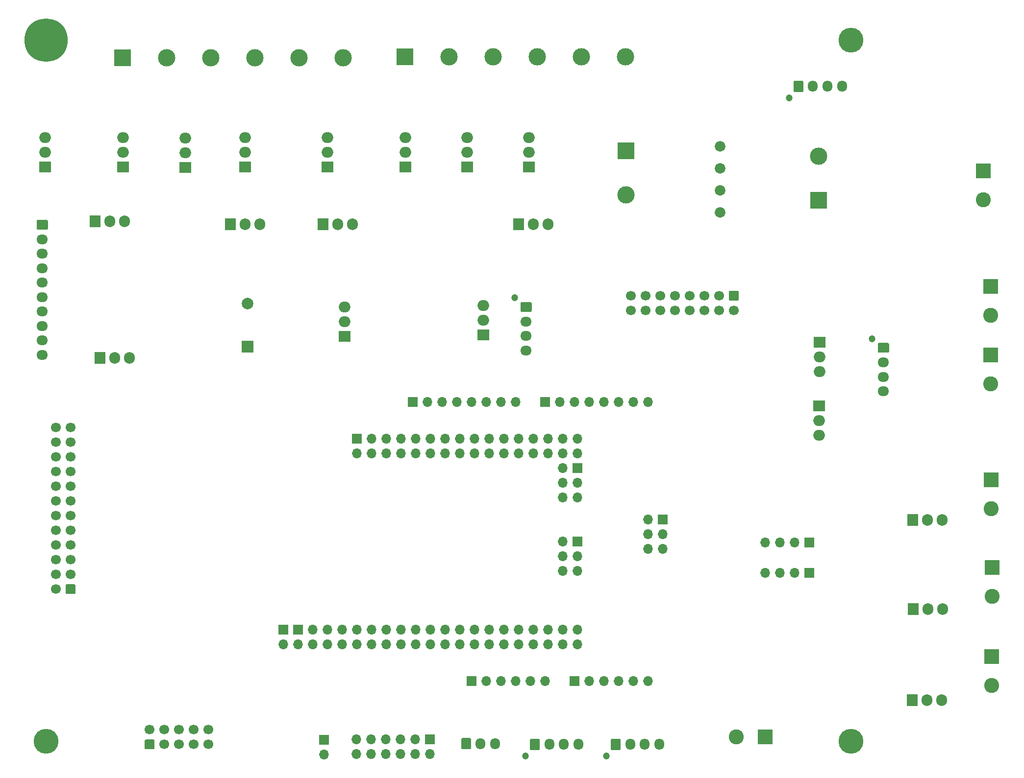
<source format=gbs>
G04 #@! TF.GenerationSoftware,KiCad,Pcbnew,(5.1.0)-1*
G04 #@! TF.CreationDate,2022-05-17T16:18:03+10:00*
G04 #@! TF.ProjectId,mainPCB_v0.92,6d61696e-5043-4425-9f76-302e39322e6b,rev?*
G04 #@! TF.SameCoordinates,Original*
G04 #@! TF.FileFunction,Soldermask,Bot*
G04 #@! TF.FilePolarity,Negative*
%FSLAX46Y46*%
G04 Gerber Fmt 4.6, Leading zero omitted, Abs format (unit mm)*
G04 Created by KiCad (PCBNEW (5.1.0)-1) date 2022-05-17 16:18:03*
%MOMM*%
%LPD*%
G04 APERTURE LIST*
%ADD10C,4.300000*%
%ADD11R,1.700000X1.700000*%
%ADD12O,1.700000X1.700000*%
%ADD13C,0.100000*%
%ADD14C,1.700000*%
%ADD15O,2.000000X1.905000*%
%ADD16R,2.000000X1.905000*%
%ADD17C,2.600000*%
%ADD18R,2.600000X2.600000*%
%ADD19C,1.830000*%
%ADD20O,1.905000X2.000000*%
%ADD21R,1.905000X2.000000*%
%ADD22R,2.000000X2.000000*%
%ADD23C,2.000000*%
%ADD24O,1.950000X1.700000*%
%ADD25O,1.700000X1.950000*%
%ADD26C,1.200000*%
%ADD27R,3.000000X3.000000*%
%ADD28C,3.000000*%
%ADD29C,7.500000*%
G04 APERTURE END LIST*
D10*
X145003000Y-6000000D03*
D11*
X137858500Y-92837000D03*
D12*
X135318500Y-92837000D03*
X132778500Y-92837000D03*
X130238500Y-92837000D03*
D13*
G36*
X10848004Y-100053204D02*
G01*
X10872273Y-100056804D01*
X10896071Y-100062765D01*
X10919171Y-100071030D01*
X10941349Y-100081520D01*
X10962393Y-100094133D01*
X10982098Y-100108747D01*
X11000277Y-100125223D01*
X11016753Y-100143402D01*
X11031367Y-100163107D01*
X11043980Y-100184151D01*
X11054470Y-100206329D01*
X11062735Y-100229429D01*
X11068696Y-100253227D01*
X11072296Y-100277496D01*
X11073500Y-100302000D01*
X11073500Y-101502000D01*
X11072296Y-101526504D01*
X11068696Y-101550773D01*
X11062735Y-101574571D01*
X11054470Y-101597671D01*
X11043980Y-101619849D01*
X11031367Y-101640893D01*
X11016753Y-101660598D01*
X11000277Y-101678777D01*
X10982098Y-101695253D01*
X10962393Y-101709867D01*
X10941349Y-101722480D01*
X10919171Y-101732970D01*
X10896071Y-101741235D01*
X10872273Y-101747196D01*
X10848004Y-101750796D01*
X10823500Y-101752000D01*
X9623500Y-101752000D01*
X9598996Y-101750796D01*
X9574727Y-101747196D01*
X9550929Y-101741235D01*
X9527829Y-101732970D01*
X9505651Y-101722480D01*
X9484607Y-101709867D01*
X9464902Y-101695253D01*
X9446723Y-101678777D01*
X9430247Y-101660598D01*
X9415633Y-101640893D01*
X9403020Y-101619849D01*
X9392530Y-101597671D01*
X9384265Y-101574571D01*
X9378304Y-101550773D01*
X9374704Y-101526504D01*
X9373500Y-101502000D01*
X9373500Y-100302000D01*
X9374704Y-100277496D01*
X9378304Y-100253227D01*
X9384265Y-100229429D01*
X9392530Y-100206329D01*
X9403020Y-100184151D01*
X9415633Y-100163107D01*
X9430247Y-100143402D01*
X9446723Y-100125223D01*
X9464902Y-100108747D01*
X9484607Y-100094133D01*
X9505651Y-100081520D01*
X9527829Y-100071030D01*
X9550929Y-100062765D01*
X9574727Y-100056804D01*
X9598996Y-100053204D01*
X9623500Y-100052000D01*
X10823500Y-100052000D01*
X10848004Y-100053204D01*
X10848004Y-100053204D01*
G37*
D14*
X10223500Y-100902000D03*
X10223500Y-98362000D03*
X10223500Y-95822000D03*
X10223500Y-93282000D03*
X10223500Y-90742000D03*
X10223500Y-88202000D03*
X10223500Y-85662000D03*
X10223500Y-83122000D03*
X10223500Y-80582000D03*
X10223500Y-78042000D03*
X10223500Y-75502000D03*
X10223500Y-72962000D03*
X7683500Y-100902000D03*
X7683500Y-98362000D03*
X7683500Y-95822000D03*
X7683500Y-93282000D03*
X7683500Y-90742000D03*
X7683500Y-88202000D03*
X7683500Y-85662000D03*
X7683500Y-83122000D03*
X7683500Y-80582000D03*
X7683500Y-78042000D03*
X7683500Y-75502000D03*
X7683500Y-72962000D03*
D11*
X137794500Y-98107500D03*
D12*
X135254500Y-98107500D03*
X132714500Y-98107500D03*
X130174500Y-98107500D03*
D15*
X81534000Y-51879500D03*
X81534000Y-54419500D03*
D16*
X81534000Y-56959500D03*
D17*
X169228000Y-86978500D03*
D18*
X169228000Y-81978500D03*
D19*
X122386000Y-24384000D03*
X122386000Y-28194000D03*
X122386000Y-32004000D03*
X122386000Y-35814000D03*
D17*
X125175000Y-126428000D03*
D18*
X130175000Y-126428000D03*
X169418000Y-97155000D03*
D17*
X169418000Y-102155000D03*
D18*
X167894000Y-28575000D03*
D17*
X167894000Y-33575000D03*
D18*
X169164000Y-48577500D03*
D17*
X169164000Y-53577500D03*
X169164000Y-65388500D03*
D18*
X169164000Y-60388500D03*
D11*
X54038500Y-126936000D03*
D12*
X54038500Y-129476000D03*
D15*
X57594500Y-52133500D03*
X57594500Y-54673500D03*
D16*
X57594500Y-57213500D03*
X54610000Y-27940000D03*
D15*
X54610000Y-25400000D03*
X54610000Y-22860000D03*
D16*
X5842000Y-27940000D03*
D15*
X5842000Y-25400000D03*
X5842000Y-22860000D03*
D20*
X58928000Y-37846000D03*
X56388000Y-37846000D03*
D21*
X53848000Y-37846000D03*
D20*
X160782000Y-88963500D03*
X158242000Y-88963500D03*
D21*
X155702000Y-88963500D03*
D20*
X19558000Y-37338000D03*
X17018000Y-37338000D03*
D21*
X14478000Y-37338000D03*
D16*
X68072000Y-27940000D03*
D15*
X68072000Y-25400000D03*
X68072000Y-22860000D03*
D16*
X19304000Y-27940000D03*
D15*
X19304000Y-25400000D03*
X19304000Y-22860000D03*
D16*
X78740000Y-27940000D03*
D15*
X78740000Y-25400000D03*
X78740000Y-22860000D03*
X30035500Y-22923500D03*
X30035500Y-25463500D03*
D16*
X30035500Y-28003500D03*
X89408000Y-27940000D03*
D15*
X89408000Y-25400000D03*
X89408000Y-22860000D03*
D16*
X40386000Y-27940000D03*
D15*
X40386000Y-25400000D03*
X40386000Y-22860000D03*
D21*
X87630000Y-37846000D03*
D20*
X90170000Y-37846000D03*
X92710000Y-37846000D03*
X42926000Y-37846000D03*
X40386000Y-37846000D03*
D21*
X37846000Y-37846000D03*
X155766000Y-104330000D03*
D20*
X158306000Y-104330000D03*
X160846000Y-104330000D03*
D21*
X155575000Y-120142000D03*
D20*
X158115000Y-120142000D03*
X160655000Y-120142000D03*
D15*
X139636000Y-63309500D03*
X139636000Y-60769500D03*
D16*
X139636000Y-58229500D03*
X139510000Y-69215000D03*
D15*
X139510000Y-71755000D03*
X139510000Y-74295000D03*
D18*
X169291000Y-112586000D03*
D17*
X169291000Y-117586000D03*
D22*
X40767000Y-58991500D03*
D23*
X40767000Y-51491500D03*
D24*
X5334000Y-60412000D03*
X5334000Y-57912000D03*
X5334000Y-55412000D03*
X5334000Y-52912000D03*
X5334000Y-50412000D03*
X5334000Y-47912000D03*
X5334000Y-45412000D03*
X5334000Y-42912000D03*
X5334000Y-40412000D03*
D13*
G36*
X6083504Y-37063204D02*
G01*
X6107773Y-37066804D01*
X6131571Y-37072765D01*
X6154671Y-37081030D01*
X6176849Y-37091520D01*
X6197893Y-37104133D01*
X6217598Y-37118747D01*
X6235777Y-37135223D01*
X6252253Y-37153402D01*
X6266867Y-37173107D01*
X6279480Y-37194151D01*
X6289970Y-37216329D01*
X6298235Y-37239429D01*
X6304196Y-37263227D01*
X6307796Y-37287496D01*
X6309000Y-37312000D01*
X6309000Y-38512000D01*
X6307796Y-38536504D01*
X6304196Y-38560773D01*
X6298235Y-38584571D01*
X6289970Y-38607671D01*
X6279480Y-38629849D01*
X6266867Y-38650893D01*
X6252253Y-38670598D01*
X6235777Y-38688777D01*
X6217598Y-38705253D01*
X6197893Y-38719867D01*
X6176849Y-38732480D01*
X6154671Y-38742970D01*
X6131571Y-38751235D01*
X6107773Y-38757196D01*
X6083504Y-38760796D01*
X6059000Y-38762000D01*
X4609000Y-38762000D01*
X4584496Y-38760796D01*
X4560227Y-38757196D01*
X4536429Y-38751235D01*
X4513329Y-38742970D01*
X4491151Y-38732480D01*
X4470107Y-38719867D01*
X4450402Y-38705253D01*
X4432223Y-38688777D01*
X4415747Y-38670598D01*
X4401133Y-38650893D01*
X4388520Y-38629849D01*
X4378030Y-38607671D01*
X4369765Y-38584571D01*
X4363804Y-38560773D01*
X4360204Y-38536504D01*
X4359000Y-38512000D01*
X4359000Y-37312000D01*
X4360204Y-37287496D01*
X4363804Y-37263227D01*
X4369765Y-37239429D01*
X4378030Y-37216329D01*
X4388520Y-37194151D01*
X4401133Y-37173107D01*
X4415747Y-37153402D01*
X4432223Y-37135223D01*
X4450402Y-37118747D01*
X4470107Y-37104133D01*
X4491151Y-37091520D01*
X4513329Y-37081030D01*
X4536429Y-37072765D01*
X4560227Y-37066804D01*
X4584496Y-37063204D01*
X4609000Y-37062000D01*
X6059000Y-37062000D01*
X6083504Y-37063204D01*
X6083504Y-37063204D01*
G37*
D14*
X5334000Y-37912000D03*
D13*
G36*
X136578004Y-12996204D02*
G01*
X136602273Y-12999804D01*
X136626071Y-13005765D01*
X136649171Y-13014030D01*
X136671349Y-13024520D01*
X136692393Y-13037133D01*
X136712098Y-13051747D01*
X136730277Y-13068223D01*
X136746753Y-13086402D01*
X136761367Y-13106107D01*
X136773980Y-13127151D01*
X136784470Y-13149329D01*
X136792735Y-13172429D01*
X136798696Y-13196227D01*
X136802296Y-13220496D01*
X136803500Y-13245000D01*
X136803500Y-14695000D01*
X136802296Y-14719504D01*
X136798696Y-14743773D01*
X136792735Y-14767571D01*
X136784470Y-14790671D01*
X136773980Y-14812849D01*
X136761367Y-14833893D01*
X136746753Y-14853598D01*
X136730277Y-14871777D01*
X136712098Y-14888253D01*
X136692393Y-14902867D01*
X136671349Y-14915480D01*
X136649171Y-14925970D01*
X136626071Y-14934235D01*
X136602273Y-14940196D01*
X136578004Y-14943796D01*
X136553500Y-14945000D01*
X135353500Y-14945000D01*
X135328996Y-14943796D01*
X135304727Y-14940196D01*
X135280929Y-14934235D01*
X135257829Y-14925970D01*
X135235651Y-14915480D01*
X135214607Y-14902867D01*
X135194902Y-14888253D01*
X135176723Y-14871777D01*
X135160247Y-14853598D01*
X135145633Y-14833893D01*
X135133020Y-14812849D01*
X135122530Y-14790671D01*
X135114265Y-14767571D01*
X135108304Y-14743773D01*
X135104704Y-14719504D01*
X135103500Y-14695000D01*
X135103500Y-13245000D01*
X135104704Y-13220496D01*
X135108304Y-13196227D01*
X135114265Y-13172429D01*
X135122530Y-13149329D01*
X135133020Y-13127151D01*
X135145633Y-13106107D01*
X135160247Y-13086402D01*
X135176723Y-13068223D01*
X135194902Y-13051747D01*
X135214607Y-13037133D01*
X135235651Y-13024520D01*
X135257829Y-13014030D01*
X135280929Y-13005765D01*
X135304727Y-12999804D01*
X135328996Y-12996204D01*
X135353500Y-12995000D01*
X136553500Y-12995000D01*
X136578004Y-12996204D01*
X136578004Y-12996204D01*
G37*
D14*
X135953500Y-13970000D03*
D25*
X138453500Y-13970000D03*
X140953500Y-13970000D03*
X143453500Y-13970000D03*
D26*
X134353500Y-15970000D03*
X86900000Y-50533500D03*
D24*
X88900000Y-59633500D03*
X88900000Y-57133500D03*
X88900000Y-54633500D03*
D13*
G36*
X89649504Y-51284704D02*
G01*
X89673773Y-51288304D01*
X89697571Y-51294265D01*
X89720671Y-51302530D01*
X89742849Y-51313020D01*
X89763893Y-51325633D01*
X89783598Y-51340247D01*
X89801777Y-51356723D01*
X89818253Y-51374902D01*
X89832867Y-51394607D01*
X89845480Y-51415651D01*
X89855970Y-51437829D01*
X89864235Y-51460929D01*
X89870196Y-51484727D01*
X89873796Y-51508996D01*
X89875000Y-51533500D01*
X89875000Y-52733500D01*
X89873796Y-52758004D01*
X89870196Y-52782273D01*
X89864235Y-52806071D01*
X89855970Y-52829171D01*
X89845480Y-52851349D01*
X89832867Y-52872393D01*
X89818253Y-52892098D01*
X89801777Y-52910277D01*
X89783598Y-52926753D01*
X89763893Y-52941367D01*
X89742849Y-52953980D01*
X89720671Y-52964470D01*
X89697571Y-52972735D01*
X89673773Y-52978696D01*
X89649504Y-52982296D01*
X89625000Y-52983500D01*
X88175000Y-52983500D01*
X88150496Y-52982296D01*
X88126227Y-52978696D01*
X88102429Y-52972735D01*
X88079329Y-52964470D01*
X88057151Y-52953980D01*
X88036107Y-52941367D01*
X88016402Y-52926753D01*
X87998223Y-52910277D01*
X87981747Y-52892098D01*
X87967133Y-52872393D01*
X87954520Y-52851349D01*
X87944030Y-52829171D01*
X87935765Y-52806071D01*
X87929804Y-52782273D01*
X87926204Y-52758004D01*
X87925000Y-52733500D01*
X87925000Y-51533500D01*
X87926204Y-51508996D01*
X87929804Y-51484727D01*
X87935765Y-51460929D01*
X87944030Y-51437829D01*
X87954520Y-51415651D01*
X87967133Y-51394607D01*
X87981747Y-51374902D01*
X87998223Y-51356723D01*
X88016402Y-51340247D01*
X88036107Y-51325633D01*
X88057151Y-51313020D01*
X88079329Y-51302530D01*
X88102429Y-51294265D01*
X88126227Y-51288304D01*
X88150496Y-51284704D01*
X88175000Y-51283500D01*
X89625000Y-51283500D01*
X89649504Y-51284704D01*
X89649504Y-51284704D01*
G37*
D14*
X88900000Y-52133500D03*
D26*
X148622000Y-57582000D03*
D24*
X150622000Y-66682000D03*
X150622000Y-64182000D03*
X150622000Y-61682000D03*
D13*
G36*
X151371504Y-58333204D02*
G01*
X151395773Y-58336804D01*
X151419571Y-58342765D01*
X151442671Y-58351030D01*
X151464849Y-58361520D01*
X151485893Y-58374133D01*
X151505598Y-58388747D01*
X151523777Y-58405223D01*
X151540253Y-58423402D01*
X151554867Y-58443107D01*
X151567480Y-58464151D01*
X151577970Y-58486329D01*
X151586235Y-58509429D01*
X151592196Y-58533227D01*
X151595796Y-58557496D01*
X151597000Y-58582000D01*
X151597000Y-59782000D01*
X151595796Y-59806504D01*
X151592196Y-59830773D01*
X151586235Y-59854571D01*
X151577970Y-59877671D01*
X151567480Y-59899849D01*
X151554867Y-59920893D01*
X151540253Y-59940598D01*
X151523777Y-59958777D01*
X151505598Y-59975253D01*
X151485893Y-59989867D01*
X151464849Y-60002480D01*
X151442671Y-60012970D01*
X151419571Y-60021235D01*
X151395773Y-60027196D01*
X151371504Y-60030796D01*
X151347000Y-60032000D01*
X149897000Y-60032000D01*
X149872496Y-60030796D01*
X149848227Y-60027196D01*
X149824429Y-60021235D01*
X149801329Y-60012970D01*
X149779151Y-60002480D01*
X149758107Y-59989867D01*
X149738402Y-59975253D01*
X149720223Y-59958777D01*
X149703747Y-59940598D01*
X149689133Y-59920893D01*
X149676520Y-59899849D01*
X149666030Y-59877671D01*
X149657765Y-59854571D01*
X149651804Y-59830773D01*
X149648204Y-59806504D01*
X149647000Y-59782000D01*
X149647000Y-58582000D01*
X149648204Y-58557496D01*
X149651804Y-58533227D01*
X149657765Y-58509429D01*
X149666030Y-58486329D01*
X149676520Y-58464151D01*
X149689133Y-58443107D01*
X149703747Y-58423402D01*
X149720223Y-58405223D01*
X149738402Y-58388747D01*
X149758107Y-58374133D01*
X149779151Y-58361520D01*
X149801329Y-58351030D01*
X149824429Y-58342765D01*
X149848227Y-58336804D01*
X149872496Y-58333204D01*
X149897000Y-58332000D01*
X151347000Y-58332000D01*
X151371504Y-58333204D01*
X151371504Y-58333204D01*
G37*
D14*
X150622000Y-59182000D03*
D21*
X15303500Y-60960000D03*
D20*
X17843500Y-60960000D03*
X20383500Y-60960000D03*
D13*
G36*
X105018504Y-126788204D02*
G01*
X105042773Y-126791804D01*
X105066571Y-126797765D01*
X105089671Y-126806030D01*
X105111849Y-126816520D01*
X105132893Y-126829133D01*
X105152598Y-126843747D01*
X105170777Y-126860223D01*
X105187253Y-126878402D01*
X105201867Y-126898107D01*
X105214480Y-126919151D01*
X105224970Y-126941329D01*
X105233235Y-126964429D01*
X105239196Y-126988227D01*
X105242796Y-127012496D01*
X105244000Y-127037000D01*
X105244000Y-128487000D01*
X105242796Y-128511504D01*
X105239196Y-128535773D01*
X105233235Y-128559571D01*
X105224970Y-128582671D01*
X105214480Y-128604849D01*
X105201867Y-128625893D01*
X105187253Y-128645598D01*
X105170777Y-128663777D01*
X105152598Y-128680253D01*
X105132893Y-128694867D01*
X105111849Y-128707480D01*
X105089671Y-128717970D01*
X105066571Y-128726235D01*
X105042773Y-128732196D01*
X105018504Y-128735796D01*
X104994000Y-128737000D01*
X103794000Y-128737000D01*
X103769496Y-128735796D01*
X103745227Y-128732196D01*
X103721429Y-128726235D01*
X103698329Y-128717970D01*
X103676151Y-128707480D01*
X103655107Y-128694867D01*
X103635402Y-128680253D01*
X103617223Y-128663777D01*
X103600747Y-128645598D01*
X103586133Y-128625893D01*
X103573520Y-128604849D01*
X103563030Y-128582671D01*
X103554765Y-128559571D01*
X103548804Y-128535773D01*
X103545204Y-128511504D01*
X103544000Y-128487000D01*
X103544000Y-127037000D01*
X103545204Y-127012496D01*
X103548804Y-126988227D01*
X103554765Y-126964429D01*
X103563030Y-126941329D01*
X103573520Y-126919151D01*
X103586133Y-126898107D01*
X103600747Y-126878402D01*
X103617223Y-126860223D01*
X103635402Y-126843747D01*
X103655107Y-126829133D01*
X103676151Y-126816520D01*
X103698329Y-126806030D01*
X103721429Y-126797765D01*
X103745227Y-126791804D01*
X103769496Y-126788204D01*
X103794000Y-126787000D01*
X104994000Y-126787000D01*
X105018504Y-126788204D01*
X105018504Y-126788204D01*
G37*
D14*
X104394000Y-127762000D03*
D25*
X106894000Y-127762000D03*
X109394000Y-127762000D03*
X111894000Y-127762000D03*
D26*
X102794000Y-129762000D03*
D13*
G36*
X91048504Y-126788204D02*
G01*
X91072773Y-126791804D01*
X91096571Y-126797765D01*
X91119671Y-126806030D01*
X91141849Y-126816520D01*
X91162893Y-126829133D01*
X91182598Y-126843747D01*
X91200777Y-126860223D01*
X91217253Y-126878402D01*
X91231867Y-126898107D01*
X91244480Y-126919151D01*
X91254970Y-126941329D01*
X91263235Y-126964429D01*
X91269196Y-126988227D01*
X91272796Y-127012496D01*
X91274000Y-127037000D01*
X91274000Y-128487000D01*
X91272796Y-128511504D01*
X91269196Y-128535773D01*
X91263235Y-128559571D01*
X91254970Y-128582671D01*
X91244480Y-128604849D01*
X91231867Y-128625893D01*
X91217253Y-128645598D01*
X91200777Y-128663777D01*
X91182598Y-128680253D01*
X91162893Y-128694867D01*
X91141849Y-128707480D01*
X91119671Y-128717970D01*
X91096571Y-128726235D01*
X91072773Y-128732196D01*
X91048504Y-128735796D01*
X91024000Y-128737000D01*
X89824000Y-128737000D01*
X89799496Y-128735796D01*
X89775227Y-128732196D01*
X89751429Y-128726235D01*
X89728329Y-128717970D01*
X89706151Y-128707480D01*
X89685107Y-128694867D01*
X89665402Y-128680253D01*
X89647223Y-128663777D01*
X89630747Y-128645598D01*
X89616133Y-128625893D01*
X89603520Y-128604849D01*
X89593030Y-128582671D01*
X89584765Y-128559571D01*
X89578804Y-128535773D01*
X89575204Y-128511504D01*
X89574000Y-128487000D01*
X89574000Y-127037000D01*
X89575204Y-127012496D01*
X89578804Y-126988227D01*
X89584765Y-126964429D01*
X89593030Y-126941329D01*
X89603520Y-126919151D01*
X89616133Y-126898107D01*
X89630747Y-126878402D01*
X89647223Y-126860223D01*
X89665402Y-126843747D01*
X89685107Y-126829133D01*
X89706151Y-126816520D01*
X89728329Y-126806030D01*
X89751429Y-126797765D01*
X89775227Y-126791804D01*
X89799496Y-126788204D01*
X89824000Y-126787000D01*
X91024000Y-126787000D01*
X91048504Y-126788204D01*
X91048504Y-126788204D01*
G37*
D14*
X90424000Y-127762000D03*
D25*
X92924000Y-127762000D03*
X95424000Y-127762000D03*
X97924000Y-127762000D03*
D26*
X88824000Y-129762000D03*
D27*
X139446000Y-33655000D03*
D28*
X139446000Y-26035000D03*
X26797000Y-9017000D03*
X34417000Y-9017000D03*
D27*
X19177000Y-9017000D03*
D28*
X42037000Y-9017000D03*
X49657000Y-9017000D03*
X57277000Y-9017000D03*
X106045000Y-8890000D03*
X98425000Y-8890000D03*
X90805000Y-8890000D03*
D27*
X67945000Y-8890000D03*
D28*
X83185000Y-8890000D03*
X75565000Y-8890000D03*
X106172000Y-32766000D03*
D27*
X106172000Y-25146000D03*
D13*
G36*
X24500504Y-126913204D02*
G01*
X24524773Y-126916804D01*
X24548571Y-126922765D01*
X24571671Y-126931030D01*
X24593849Y-126941520D01*
X24614893Y-126954133D01*
X24634598Y-126968747D01*
X24652777Y-126985223D01*
X24669253Y-127003402D01*
X24683867Y-127023107D01*
X24696480Y-127044151D01*
X24706970Y-127066329D01*
X24715235Y-127089429D01*
X24721196Y-127113227D01*
X24724796Y-127137496D01*
X24726000Y-127162000D01*
X24726000Y-128362000D01*
X24724796Y-128386504D01*
X24721196Y-128410773D01*
X24715235Y-128434571D01*
X24706970Y-128457671D01*
X24696480Y-128479849D01*
X24683867Y-128500893D01*
X24669253Y-128520598D01*
X24652777Y-128538777D01*
X24634598Y-128555253D01*
X24614893Y-128569867D01*
X24593849Y-128582480D01*
X24571671Y-128592970D01*
X24548571Y-128601235D01*
X24524773Y-128607196D01*
X24500504Y-128610796D01*
X24476000Y-128612000D01*
X23276000Y-128612000D01*
X23251496Y-128610796D01*
X23227227Y-128607196D01*
X23203429Y-128601235D01*
X23180329Y-128592970D01*
X23158151Y-128582480D01*
X23137107Y-128569867D01*
X23117402Y-128555253D01*
X23099223Y-128538777D01*
X23082747Y-128520598D01*
X23068133Y-128500893D01*
X23055520Y-128479849D01*
X23045030Y-128457671D01*
X23036765Y-128434571D01*
X23030804Y-128410773D01*
X23027204Y-128386504D01*
X23026000Y-128362000D01*
X23026000Y-127162000D01*
X23027204Y-127137496D01*
X23030804Y-127113227D01*
X23036765Y-127089429D01*
X23045030Y-127066329D01*
X23055520Y-127044151D01*
X23068133Y-127023107D01*
X23082747Y-127003402D01*
X23099223Y-126985223D01*
X23117402Y-126968747D01*
X23137107Y-126954133D01*
X23158151Y-126941520D01*
X23180329Y-126931030D01*
X23203429Y-126922765D01*
X23227227Y-126916804D01*
X23251496Y-126913204D01*
X23276000Y-126912000D01*
X24476000Y-126912000D01*
X24500504Y-126913204D01*
X24500504Y-126913204D01*
G37*
D14*
X23876000Y-127762000D03*
X26416000Y-127762000D03*
X28956000Y-127762000D03*
X31496000Y-127762000D03*
X34036000Y-127762000D03*
X23876000Y-125222000D03*
X26416000Y-125222000D03*
X28956000Y-125222000D03*
X31496000Y-125222000D03*
X34036000Y-125222000D03*
D13*
G36*
X125402504Y-49316204D02*
G01*
X125426773Y-49319804D01*
X125450571Y-49325765D01*
X125473671Y-49334030D01*
X125495849Y-49344520D01*
X125516893Y-49357133D01*
X125536598Y-49371747D01*
X125554777Y-49388223D01*
X125571253Y-49406402D01*
X125585867Y-49426107D01*
X125598480Y-49447151D01*
X125608970Y-49469329D01*
X125617235Y-49492429D01*
X125623196Y-49516227D01*
X125626796Y-49540496D01*
X125628000Y-49565000D01*
X125628000Y-50765000D01*
X125626796Y-50789504D01*
X125623196Y-50813773D01*
X125617235Y-50837571D01*
X125608970Y-50860671D01*
X125598480Y-50882849D01*
X125585867Y-50903893D01*
X125571253Y-50923598D01*
X125554777Y-50941777D01*
X125536598Y-50958253D01*
X125516893Y-50972867D01*
X125495849Y-50985480D01*
X125473671Y-50995970D01*
X125450571Y-51004235D01*
X125426773Y-51010196D01*
X125402504Y-51013796D01*
X125378000Y-51015000D01*
X124178000Y-51015000D01*
X124153496Y-51013796D01*
X124129227Y-51010196D01*
X124105429Y-51004235D01*
X124082329Y-50995970D01*
X124060151Y-50985480D01*
X124039107Y-50972867D01*
X124019402Y-50958253D01*
X124001223Y-50941777D01*
X123984747Y-50923598D01*
X123970133Y-50903893D01*
X123957520Y-50882849D01*
X123947030Y-50860671D01*
X123938765Y-50837571D01*
X123932804Y-50813773D01*
X123929204Y-50789504D01*
X123928000Y-50765000D01*
X123928000Y-49565000D01*
X123929204Y-49540496D01*
X123932804Y-49516227D01*
X123938765Y-49492429D01*
X123947030Y-49469329D01*
X123957520Y-49447151D01*
X123970133Y-49426107D01*
X123984747Y-49406402D01*
X124001223Y-49388223D01*
X124019402Y-49371747D01*
X124039107Y-49357133D01*
X124060151Y-49344520D01*
X124082329Y-49334030D01*
X124105429Y-49325765D01*
X124129227Y-49319804D01*
X124153496Y-49316204D01*
X124178000Y-49315000D01*
X125378000Y-49315000D01*
X125402504Y-49316204D01*
X125402504Y-49316204D01*
G37*
D14*
X124778000Y-50165000D03*
X122238000Y-50165000D03*
X119698000Y-50165000D03*
X117158000Y-50165000D03*
X114618000Y-50165000D03*
X112078000Y-50165000D03*
X109538000Y-50165000D03*
X106998000Y-50165000D03*
X124778000Y-52705000D03*
X122238000Y-52705000D03*
X119698000Y-52705000D03*
X117158000Y-52705000D03*
X114618000Y-52705000D03*
X112078000Y-52705000D03*
X109538000Y-52705000D03*
X106998000Y-52705000D03*
D13*
G36*
X79174004Y-126661204D02*
G01*
X79198273Y-126664804D01*
X79222071Y-126670765D01*
X79245171Y-126679030D01*
X79267349Y-126689520D01*
X79288393Y-126702133D01*
X79308098Y-126716747D01*
X79326277Y-126733223D01*
X79342753Y-126751402D01*
X79357367Y-126771107D01*
X79369980Y-126792151D01*
X79380470Y-126814329D01*
X79388735Y-126837429D01*
X79394696Y-126861227D01*
X79398296Y-126885496D01*
X79399500Y-126910000D01*
X79399500Y-128360000D01*
X79398296Y-128384504D01*
X79394696Y-128408773D01*
X79388735Y-128432571D01*
X79380470Y-128455671D01*
X79369980Y-128477849D01*
X79357367Y-128498893D01*
X79342753Y-128518598D01*
X79326277Y-128536777D01*
X79308098Y-128553253D01*
X79288393Y-128567867D01*
X79267349Y-128580480D01*
X79245171Y-128590970D01*
X79222071Y-128599235D01*
X79198273Y-128605196D01*
X79174004Y-128608796D01*
X79149500Y-128610000D01*
X77949500Y-128610000D01*
X77924996Y-128608796D01*
X77900727Y-128605196D01*
X77876929Y-128599235D01*
X77853829Y-128590970D01*
X77831651Y-128580480D01*
X77810607Y-128567867D01*
X77790902Y-128553253D01*
X77772723Y-128536777D01*
X77756247Y-128518598D01*
X77741633Y-128498893D01*
X77729020Y-128477849D01*
X77718530Y-128455671D01*
X77710265Y-128432571D01*
X77704304Y-128408773D01*
X77700704Y-128384504D01*
X77699500Y-128360000D01*
X77699500Y-126910000D01*
X77700704Y-126885496D01*
X77704304Y-126861227D01*
X77710265Y-126837429D01*
X77718530Y-126814329D01*
X77729020Y-126792151D01*
X77741633Y-126771107D01*
X77756247Y-126751402D01*
X77772723Y-126733223D01*
X77790902Y-126716747D01*
X77810607Y-126702133D01*
X77831651Y-126689520D01*
X77853829Y-126679030D01*
X77876929Y-126670765D01*
X77900727Y-126664804D01*
X77924996Y-126661204D01*
X77949500Y-126660000D01*
X79149500Y-126660000D01*
X79174004Y-126661204D01*
X79174004Y-126661204D01*
G37*
D14*
X78549500Y-127635000D03*
D25*
X81049500Y-127635000D03*
X83549500Y-127635000D03*
D11*
X97282000Y-116840000D03*
D12*
X99822000Y-116840000D03*
X102362000Y-116840000D03*
X104902000Y-116840000D03*
X107442000Y-116840000D03*
X109982000Y-116840000D03*
D11*
X92202000Y-68580000D03*
D12*
X94742000Y-68580000D03*
X97282000Y-68580000D03*
X99822000Y-68580000D03*
X102362000Y-68580000D03*
X104902000Y-68580000D03*
X107442000Y-68580000D03*
X109982000Y-68580000D03*
X87122000Y-68580000D03*
X84582000Y-68580000D03*
X82042000Y-68580000D03*
X79502000Y-68580000D03*
X76962000Y-68580000D03*
X74422000Y-68580000D03*
X71882000Y-68580000D03*
D11*
X69342000Y-68580000D03*
D12*
X92202000Y-116840000D03*
X89662000Y-116840000D03*
X87122000Y-116840000D03*
X84582000Y-116840000D03*
X82042000Y-116840000D03*
D11*
X79502000Y-116840000D03*
D10*
X6000000Y-127223000D03*
X145003000Y-127223000D03*
D29*
X6000000Y-6000000D03*
D11*
X72326500Y-126873000D03*
D12*
X72326500Y-129413000D03*
X69786500Y-126873000D03*
X69786500Y-129413000D03*
X67246500Y-126873000D03*
X67246500Y-129413000D03*
X64706500Y-126873000D03*
X64706500Y-129413000D03*
X62166500Y-126873000D03*
X62166500Y-129413000D03*
X59626500Y-126873000D03*
X59626500Y-129413000D03*
D11*
X49539500Y-107950000D03*
D12*
X49539500Y-110490000D03*
X52079500Y-107950000D03*
X52079500Y-110490000D03*
X54619500Y-107950000D03*
X54619500Y-110490000D03*
X57159500Y-107950000D03*
X57159500Y-110490000D03*
X59699500Y-107950000D03*
X59699500Y-110490000D03*
X62239500Y-107950000D03*
X62239500Y-110490000D03*
X64779500Y-107950000D03*
X64779500Y-110490000D03*
X67319500Y-107950000D03*
X67319500Y-110490000D03*
X69859500Y-107950000D03*
X69859500Y-110490000D03*
X72399500Y-107950000D03*
X72399500Y-110490000D03*
X74939500Y-107950000D03*
X74939500Y-110490000D03*
X77479500Y-107950000D03*
X77479500Y-110490000D03*
X80019500Y-107950000D03*
X80019500Y-110490000D03*
X82559500Y-107950000D03*
X82559500Y-110490000D03*
X85099500Y-107950000D03*
X85099500Y-110490000D03*
X87639500Y-107950000D03*
X87639500Y-110490000D03*
X90179500Y-107950000D03*
X90179500Y-110490000D03*
X92719500Y-107950000D03*
X92719500Y-110490000D03*
X95259500Y-107950000D03*
X95259500Y-110490000D03*
X97799500Y-107950000D03*
X97799500Y-110490000D03*
D11*
X97799500Y-92710000D03*
D12*
X95259500Y-92710000D03*
X97799500Y-95250000D03*
X95259500Y-95250000D03*
X97799500Y-97790000D03*
X95259500Y-97790000D03*
X95259500Y-85090000D03*
X97799500Y-85090000D03*
X95259500Y-82550000D03*
X97799500Y-82550000D03*
X95259500Y-80010000D03*
D11*
X97799500Y-80010000D03*
X59699500Y-74930000D03*
D12*
X59699500Y-77470000D03*
X62239500Y-74930000D03*
X62239500Y-77470000D03*
X64779500Y-74930000D03*
X64779500Y-77470000D03*
X67319500Y-74930000D03*
X67319500Y-77470000D03*
X69859500Y-74930000D03*
X69859500Y-77470000D03*
X72399500Y-74930000D03*
X72399500Y-77470000D03*
X74939500Y-74930000D03*
X74939500Y-77470000D03*
X77479500Y-74930000D03*
X77479500Y-77470000D03*
X80019500Y-74930000D03*
X80019500Y-77470000D03*
X82559500Y-74930000D03*
X82559500Y-77470000D03*
X85099500Y-74930000D03*
X85099500Y-77470000D03*
X87639500Y-74930000D03*
X87639500Y-77470000D03*
X90179500Y-74930000D03*
X90179500Y-77470000D03*
X92719500Y-74930000D03*
X92719500Y-77470000D03*
X95259500Y-74930000D03*
X95259500Y-77470000D03*
X97799500Y-74930000D03*
X97799500Y-77470000D03*
D11*
X112522000Y-88900000D03*
D12*
X109982000Y-88900000D03*
X112522000Y-91440000D03*
X109982000Y-91440000D03*
X112522000Y-93980000D03*
X109982000Y-93980000D03*
D11*
X46999500Y-107950000D03*
D12*
X46999500Y-110490000D03*
M02*

</source>
